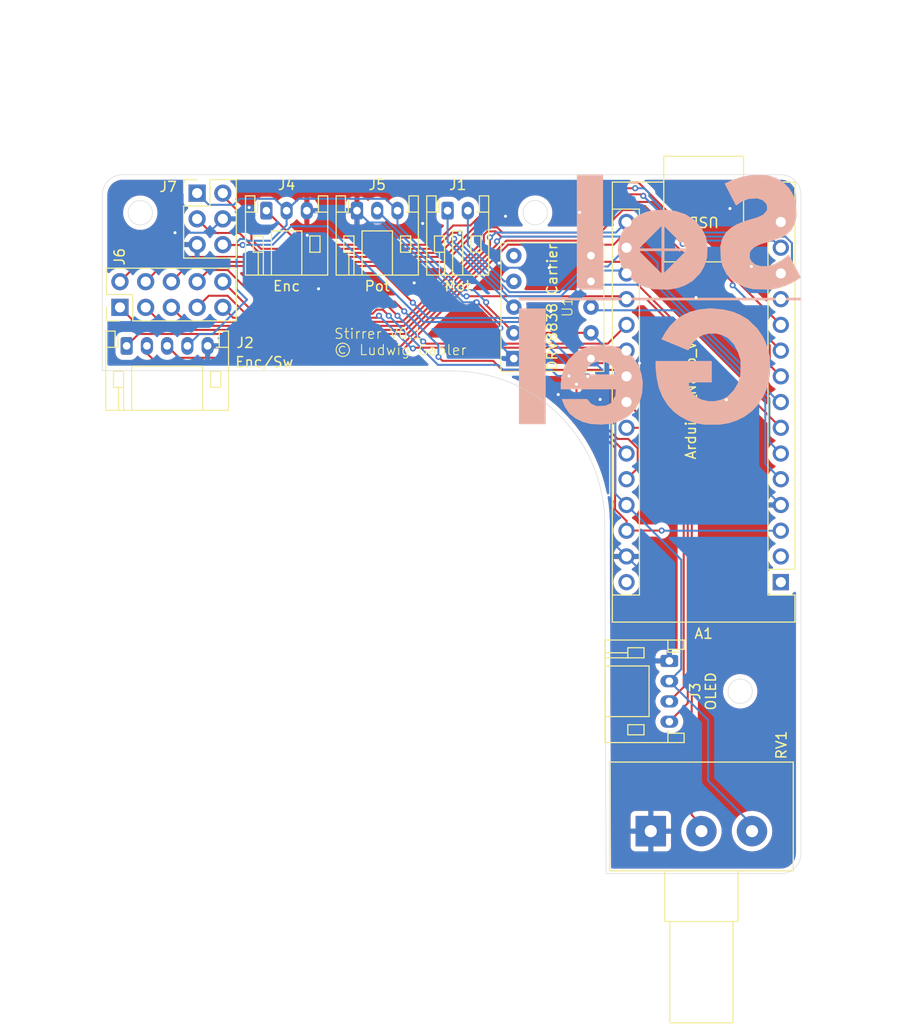
<source format=kicad_pcb>
(kicad_pcb (version 20240108) (generator "pcbnew") (generator_version "8.0")
  (layers (0 "F.Cu" signal) (31 "B.Cu" signal) (34 "B.Paste" user) (35 "F.Paste" user) (36 "B.SilkS" user "B.Silkscreen") (37 "F.SilkS" user "F.Silkscreen") (38 "B.Mask" user) (39 "F.Mask" user) (44 "Edge.Cuts" user))
  (net 0 "")
  (net 1 "Net-(A1-D3)")
  (net 2 "+5V")
  (net 4 "GND")
  (net 5 "Net-(A1-D4)")
  (net 6 "Net-(A1-A0)")
  (net 7 "Net-(J1-Pin_2)")
  (net 8 "Net-(J1-Pin_1)")
  (net 10 "Net-(A1-A5)")
  (net 11 "Net-(A1-D8)")
  (net 12 "Net-(A1-D2)")
  (net 14 "Net-(A1-A4)")
  (net 15 "Net-(A1-D6)")
  (net 16 "Net-(A1-D7)")
  (net 17 "Net-(A1-D5)")
  (net 18 "Net-(A1-A1)")
  (net 19 "Net-(A1-A7)")
  (net 20 "Net-(A1-D13)")
  (net 21 "Net-(A1-A2)")
  (net 22 "Net-(A1-D12)")
  (net 23 "Net-(A1-A3)")
  (net 24 "Net-(A1-D10)")
  (net 25 "Net-(A1-A6)")
  (net 26 "Net-(A1-D9)")
  (net 27 "Net-(A1-D11)")
  (net 28 "Net-(J7-Pin_6)")
  (net 29 "Net-(A1-3V3)")
  (net 30 "Net-(A1-AREF)")
  (footprint "Potentiometer_THT:Potentiometer_Alps_RK163_Single_Horizontal" (layer "F.Cu") (at 155.1686 114.808 90)
    (property "Reference" "RV1")
    (property "Value" "R_Potentiometer")
  )
  (footprint "Connector_JST:JST_PH_S5B-PH-K_1x05_P2.00mm_Horizontal" (layer "F.Cu") (at 103.4 66.9)
    (property "Reference" "J2")
    (property "Value" "Enc/Sw")
  )
  (footprint "Connector_JST:JST_PH_S3B-PH-K_1x03_P2.00mm_Horizontal" (layer "F.Cu") (at 117.2 53.55)
    (property "Reference" "J4")
    (property "Value" "Enc")
  )
  (footprint "Connector_PinHeader_2.54mm:PinHeader_2x03_P2.54mm_Vertical" (layer "F.Cu") (at 110.36 51.82)
    (property "Reference" "J7")
    (property "Value" "Pwr")
  )
  (footprint "Motor_drivers:DRV8838 Carrier" (layer "F.Cu") (at 150.53 56.72 180)
    (property "Reference" "U1")
    (property "Value" "DRV8838 Carrier")
  )
  (footprint "Connector_PinHeader_2.54mm:PinHeader_2x05_P2.54mm_Vertical" (layer "F.Cu") (at 102.74 63.1 90)
    (property "Reference" "J6")
    (property "Value" "GPIO")
  )
  (footprint "Connector_JST:JST_PH_S2B-PH-K_1x02_P2.00mm_Horizontal" (layer "F.Cu") (at 135.1 53.55)
    (property "Reference" "J1")
    (property "Value" "Mot")
  )
  (footprint "Connector_JST:JST_PH_S4B-PH-K_1x04_P2.00mm_Horizontal" (layer "F.Cu") (at 157 98 -90)
    (property "Reference" "J3")
    (property "Value" "OLED")
  )
  (footprint "Connector_JST:JST_PH_S3B-PH-K_1x03_P2.00mm_Horizontal" (layer "F.Cu") (at 126.15 53.55)
    (property "Reference" "J5")
    (property "Value" "Pot")
  )
  (footprint "Module:Arduino_Nano" (layer "F.Cu") (at 168.012 90.227 180)
    (property "Reference" "A1")
    (property "Value" "Arduino_Nano_v3.x")
  )
  (gr_poly (pts (xy 142.145826 74.632917) (xy 144.791657 74.632917) (xy 144.791657 63.202916) (xy 142.145826 63.202916)) (stroke (width -0.000001)) (fill solid) (layer "B.SilkS"))
  (gr_poly (pts (xy 160.458256 63.248441) (xy 159.886227 63.310483) (xy 159.476139 63.417896) (xy 159.06605 63.525308) (xy 158.732549 63.676525) (xy 158.399047 63.827741) (xy 158.037957 64.062654) (xy 157.676869 64.297566) (xy 157.36705 64.610138) (xy 157.057229 64.922708) (xy 156.828529 65.241495) (xy 156.599828 65.560283) (xy 156.409394 65.897196) (xy 156.21896 66.234107) (xy 156.236062 66.251209) (xy 156.253164 66.268311) (xy 157.542622 66.799362) (xy 158.832081 67.330416) (xy 158.863015 67.329993) (xy 158.893949 67.32957) (xy 159.078527 66.982094) (xy 159.263105 66.634619) (xy 159.557137 66.354161) (xy 159.851168 66.073703) (xy 160.086933 65.95318) (xy 160.322698 65.832656) (xy 160.587283 65.761978) (xy 160.851865 65.691303) (xy 161.645615 65.691303) (xy 161.929702 65.766915) (xy 162.213789 65.842528) (xy 162.502406 65.988553) (xy 162.791021 66.13458) (xy 163.092038 66.456368) (xy 163.393054 66.778156) (xy 163.586037 67.146913) (xy 163.779019 67.515671) (xy 163.902943 67.912546) (xy 164.026866 68.309421) (xy 164.022368 69.050255) (xy 164.01787 69.791088) (xy 163.878722 70.214421) (xy 163.739574 70.637755) (xy 163.549482 70.955254) (xy 163.35939 71.272754) (xy 163.038699 71.597931) (xy 162.718009 71.923111) (xy 162.437132 72.060643) (xy 162.156255 72.198174) (xy 161.821559 72.277079) (xy 161.486864 72.355982) (xy 161.195822 72.355823) (xy 160.90478 72.355664) (xy 160.553886 72.28129) (xy 160.202992 72.206914) (xy 159.938776 72.073027) (xy 159.674561 71.939141) (xy 159.192143 71.456722) (xy 159.077859 71.15305) (xy 158.963575 70.849381) (xy 158.906559 70.505423) (xy 161.195824 70.505423) (xy 161.195824 68.388756) (xy 155.639575 68.388756) (xy 155.639575 69.080844) (xy 155.695913 69.594695) (xy 155.752252 70.108548) (xy 155.849918 70.560582) (xy 155.947585 71.012618) (xy 156.127837 71.466619) (xy 156.30809 71.920621) (xy 156.561666 72.327466) (xy 156.815241 72.734311) (xy 157.110395 73.053113) (xy 157.405547 73.371915) (xy 157.709268 73.605622) (xy 158.012991 73.839331) (xy 158.406533 74.051605) (xy 158.800079 74.26388) (xy 159.190972 74.39719) (xy 159.581866 74.5305) (xy 160.025359 74.608167) (xy 160.468853 74.685834) (xy 161.242443 74.680448) (xy 162.016032 74.675061) (xy 162.455808 74.6013) (xy 162.895583 74.527542) (xy 163.29098 74.394812) (xy 163.686376 74.262082) (xy 164.068287 74.069907) (xy 164.450198 73.877729) (xy 164.833675 73.589307) (xy 165.217151 73.300882) (xy 165.488424 73.001169) (xy 165.759696 72.701457) (xy 166.036122 72.278124) (xy 166.312548 71.854792) (xy 166.502126 71.404999) (xy 166.691705 70.955208) (xy 166.77193 70.637708) (xy 166.852155 70.320207) (xy 166.915001 69.843958) (xy 166.977847 69.367708) (xy 166.915827 67.991875) (xy 166.833836 67.611064) (xy 166.751846 67.230254) (xy 166.613108 66.843773) (xy 166.47437 66.457291) (xy 166.341788 66.192708) (xy 166.209205 65.928125) (xy 165.947296 65.547995) (xy 165.685386 65.167864) (xy 165.22449 64.723558) (xy 164.763593 64.279253) (xy 164.383359 64.05336) (xy 164.003126 63.827468) (xy 163.618121 63.670365) (xy 163.233118 63.513263) (xy 162.809809 63.411775) (xy 162.386501 63.310286) (xy 161.708394 63.248342) (xy 161.030287 63.186399)) (stroke (width -0.000001)) (fill solid) (layer "B.SilkS"))
  (gr_poly (pts (xy 142.145826 62.409166) (xy 170.032906 62.409166) (xy 170.032906 62.144583) (xy 142.145826 62.144583)) (stroke (width -0.000001)) (fill solid) (layer "B.SilkS"))
  (gr_poly (pts (xy 149.763532 66.856671) (xy 149.200266 66.906099) (xy 148.781901 67.042623) (xy 148.363534 67.179145) (xy 148.072492 67.343933) (xy 147.781452 67.508721) (xy 147.411033 67.882588) (xy 147.040617 68.256456) (xy 146.840824 68.600415) (xy 146.641035 68.944373) (xy 146.514451 69.34343) (xy 146.387864 69.742487) (xy 146.330595 70.154238) (xy 146.273325 70.56599) (xy 146.273325 71.193332) (xy 151.738818 71.193332) (xy 151.705116 71.515761) (xy 151.671417 71.83819) (xy 151.573061 72.058158) (xy 151.474708 72.278124) (xy 151.321412 72.43142) (xy 151.168118 72.584714) (xy 150.929992 72.692108) (xy 150.691868 72.799504) (xy 150.266006 72.822702) (xy 149.840144 72.8459) (xy 149.562866 72.726618) (xy 149.285587 72.607335) (xy 149.082472 72.376584) (xy 148.879357 72.145833) (xy 146.379157 72.145833) (xy 146.379157 72.187784) (xy 146.526838 72.550455) (xy 146.674522 72.913124) (xy 146.900352 73.245511) (xy 147.126185 73.577896) (xy 147.42736 73.819385) (xy 147.728532 74.060871) (xy 148.098948 74.240219) (xy 148.469366 74.419565) (xy 148.866241 74.520124) (xy 149.263116 74.620682) (xy 149.792283 74.64841) (xy 150.321449 74.676139) (xy 150.755544 74.63176) (xy 151.189639 74.587381) (xy 151.516433 74.503662) (xy 151.843226 74.41994) (xy 152.141114 74.299619) (xy 152.439001 74.179297) (xy 152.738668 73.98039) (xy 153.038334 73.781482) (xy 153.382089 73.417084) (xy 153.725845 73.052683) (xy 153.941349 72.612487) (xy 154.156855 72.17229) (xy 154.24031 71.854792) (xy 154.323766 71.537291) (xy 154.353201 71.008124) (xy 154.382635 70.478958) (xy 154.262801 69.711666) (xy 151.67284 69.711666) (xy 148.705476 69.711666) (xy 148.74045 69.566144) (xy 148.775427 69.420623) (xy 148.871221 69.229253) (xy 148.967016 69.037882) (xy 149.101507 68.878047) (xy 149.235999 68.718215) (xy 149.468249 68.609044) (xy 149.700498 68.499875) (xy 149.962277 68.465148) (xy 150.224055 68.430422) (xy 150.52358 68.492603) (xy 150.823104 68.554784) (xy 151.074987 68.723122) (xy 151.326865 68.891458) (xy 151.465745 69.156041) (xy 151.604623 69.420624) (xy 151.638732 69.566146) (xy 151.67284 69.711666) (xy 154.262801 69.711666) (xy 154.259707 69.691852) (xy 154.125942 69.291655) (xy 153.992179 68.891458) (xy 153.755592 68.51071) (xy 153.519004 68.129964) (xy 153.166424 67.80689) (xy 152.813844 67.483815) (xy 152.387855 67.27535) (xy 151.961868 67.066886) (xy 151.644367 66.985375) (xy 151.326867 66.903862) (xy 150.826833 66.855551) (xy 150.3268 66.807242)) (stroke (width -0.000001)) (fill solid) (layer "B.SilkS"))
  (gr_poly (pts (xy 164.730767 50.105219) (xy 164.190671 50.19553) (xy 163.724805 50.347767) (xy 163.258939 50.500005) (xy 162.857268 50.685589) (xy 162.455595 50.871174) (xy 162.995424 51.917358) (xy 163.535256 52.963542) (xy 163.571011 53.002201) (xy 163.606765 53.040859) (xy 163.859705 52.861024) (xy 164.112647 52.68119) (xy 164.820613 52.396047) (xy 165.24905 52.368571) (xy 165.677486 52.341097) (xy 165.941569 52.428811) (xy 166.205653 52.516526) (xy 166.378913 52.68592) (xy 166.552174 52.855315) (xy 166.599206 52.979019) (xy 166.64624 53.102724) (xy 166.64624 53.500117) (xy 166.45963 53.718129) (xy 166.27302 53.936141) (xy 165.996609 54.066779) (xy 165.720198 54.197418) (xy 165.05874 54.395918) (xy 164.397282 54.594418) (xy 164.036667 54.740327) (xy 163.676051 54.886237) (xy 163.380447 55.062597) (xy 163.084841 55.238957) (xy 162.828823 55.477083) (xy 162.572805 55.715208) (xy 162.392455 56.020575) (xy 162.212103 56.325942) (xy 162.121103 56.697279) (xy 162.030103 57.068615) (xy 162.056452 57.741287) (xy 162.082803 58.413957) (xy 162.168938 58.731458) (xy 162.255073 59.048957) (xy 162.453053 59.444805) (xy 162.651032 59.840654) (xy 163.026449 60.216244) (xy 163.401866 60.591834) (xy 163.899575 60.836692) (xy 164.397283 61.081549) (xy 164.820617 61.195206) (xy 165.24395 61.308864) (xy 166.090617 61.327713) (xy 166.937283 61.346564) (xy 167.351213 61.273717) (xy 167.765145 61.200872) (xy 168.19788 61.057736) (xy 168.630615 60.914601) (xy 169.371448 60.54673) (xy 169.675642 60.353469) (xy 169.979836 60.160208) (xy 169.951152 60.080832) (xy 169.922467 60.001457) (xy 169.389121 58.996041) (xy 168.855776 57.990624) (xy 168.774867 57.902041) (xy 168.442186 58.170118) (xy 168.109505 58.438195) (xy 167.708602 58.646402) (xy 167.307699 58.854609) (xy 166.982562 58.938554) (xy 166.657423 59.022499) (xy 166.03045 59.022499) (xy 165.755517 58.940852) (xy 165.480583 58.859206) (xy 165.293417 58.694873) (xy 165.106252 58.530539) (xy 165.02958 58.382272) (xy 164.952908 58.234005) (xy 164.952908 57.759389) (xy 165.001215 57.632333) (xy 165.049522 57.505278) (xy 165.225758 57.329042) (xy 165.401994 57.152806) (xy 165.721244 57.003411) (xy 166.040494 56.854016) (xy 166.912222 56.587354) (xy 167.783951 56.320693) (xy 168.163353 56.136219) (xy 168.542756 55.951745) (xy 168.784543 55.727643) (xy 169.02633 55.503541) (xy 169.209964 55.192733) (xy 169.393599 54.881925) (xy 169.482003 54.484568) (xy 169.570406 54.087209) (xy 169.544341 53.446001) (xy 169.518275 52.804792) (xy 169.382491 52.404815) (xy 169.246707 52.004838) (xy 169.053963 51.681277) (xy 168.861219 51.357716) (xy 168.544833 51.038372) (xy 168.228447 50.719029) (xy 167.926317 50.535494) (xy 167.624185 50.351959) (xy 167.20136 50.206286) (xy 166.778535 50.060613) (xy 166.024699 50.037761) (xy 165.270862 50.014909)) (stroke (width -0.000001)) (fill solid) (layer "B.SilkS"))
  (gr_poly (pts (xy 147.860825 61.350833) (xy 150.453741 61.350833) (xy 150.453741 49.973751) (xy 147.860825 49.973751)) (stroke (width -0.000001)) (fill solid) (layer "B.SilkS"))
  (gr_poly (pts (xy 156.009991 53.483158) (xy 155.348533 53.513864) (xy 155.006883 53.597824) (xy 154.665234 53.681785) (xy 154.345425 53.823446) (xy 154.025616 53.965107) (xy 153.734574 54.147192) (xy 153.443533 54.329277) (xy 153.046658 54.733454) (xy 152.649783 55.13763) (xy 152.471075 55.440097) (xy 152.292365 55.742563) (xy 152.166139 56.090315) (xy 152.039912 56.438066) (xy 151.977476 56.932404) (xy 151.915038 57.426741) (xy 151.974857 57.867435) (xy 152.034676 58.308129) (xy 152.142393 58.652087) (xy 152.250109 58.996045) (xy 152.449122 59.340003) (xy 152.648133 59.683962) (xy 153.101681 60.139567) (xy 153.55523 60.595172) (xy 154.055009 60.841237) (xy 154.554788 61.087302) (xy 154.97812 61.196776) (xy 155.401453 61.306252) (xy 156.988953 61.343627) (xy 157.121241 61.320209) (xy 157.253532 61.296794) (xy 157.571032 61.234653) (xy 157.888532 61.172512) (xy 158.23249 61.048094) (xy 158.576449 60.923679) (xy 158.946865 60.705429) (xy 159.317281 60.487179) (xy 159.687699 60.110337) (xy 160.058115 59.733496) (xy 160.071587 59.710417) (xy 156.221658 59.710417) (xy 156.19423 59.710417) (xy 154.026585 57.540834) (xy 156.221658 57.540834) (xy 156.221658 59.710417) (xy 160.071587 59.710417) (xy 160.257908 59.391227) (xy 160.457699 59.04896) (xy 160.594735 58.625627) (xy 160.73177 58.202294) (xy 160.759005 57.561085) (xy 160.759865 57.540834) (xy 158.628375 57.540834) (xy 157.571032 58.599167) (xy 156.513691 59.6575) (xy 156.48624 59.6575) (xy 156.48624 57.540834) (xy 158.628375 57.540834) (xy 160.759865 57.540834) (xy 160.771103 57.27625) (xy 158.681313 57.27625) (xy 156.48624 57.27625) (xy 156.221658 57.27625) (xy 154.052075 57.27625) (xy 154.052075 57.248824) (xy 155.136866 56.165) (xy 156.221658 55.081177) (xy 156.221658 57.27625) (xy 156.48624 57.27625) (xy 156.48624 55.106667) (xy 156.513668 55.106667) (xy 157.597491 56.191458) (xy 158.681313 57.27625) (xy 160.771103 57.27625) (xy 160.786239 56.919876) (xy 160.695947 56.514029) (xy 160.605654 56.108183) (xy 160.40117 55.700029) (xy 160.196685 55.291877) (xy 159.874774 54.909764) (xy 159.552862 54.527653) (xy 159.079597 54.215869) (xy 158.60633 53.904086) (xy 158.115139 53.741527) (xy 157.62395 53.578967) (xy 157.147698 53.51571) (xy 156.671449 53.452453)) (stroke (width -0.000001)) (fill solid) (layer "B.SilkS"))
  (gr_circle (center 143.75 53.75) (end 144.95 53.75) (stroke (width 0.05)) (fill none) (layer "Edge.Cuts"))
  (gr_arc (start 101 51.999999) (mid 101.585786 50.585787) (end 102.999998 50) (stroke (width 0.05)) (layer "Edge.Cuts"))
  (gr_circle (center 104.75 53.75) (end 105.95 53.75) (stroke (width 0.05)) (fill none) (layer "Edge.Cuts"))
  (gr_circle (center 164 101) (end 165.2 101) (stroke (width 0.05)) (fill none) (layer "Edge.Cuts"))
  (gr_line (start 150.75 119) (end 168 119) (stroke (width 0.05)) (layer "Edge.Cuts"))
  (gr_line (start 168 50) (end 102.999998 50) (stroke (width 0.05)) (layer "Edge.Cuts"))
  (gr_line (start 135.5 69.375) (end 101 69.35) (stroke (width 0.05)) (layer "Edge.Cuts"))
  (gr_line (start 150.625 84.5) (end 150.75 119) (stroke (width 0.05)) (layer "Edge.Cuts"))
  (gr_line (start 170 117) (end 170 52) (stroke (width 0.05)) (layer "Edge.Cuts"))
  (gr_arc (start 170 117) (mid 169.414214 118.414214) (end 168 119) (stroke (width 0.05)) (layer "Edge.Cuts"))
  (gr_line (start 101 69.35) (end 101 51.999999) (stroke (width 0.05)) (layer "Edge.Cuts"))
  (gr_arc (start 135.5 69.375) (mid 146.19499 73.80501) (end 150.625 84.5) (stroke (width 0.05)) (layer "Edge.Cuts"))
  (gr_arc (start 168 50) (mid 169.414214 50.585786) (end 170 52) (stroke (width 0.05)) (layer "Edge.Cuts"))
  (gr_text "Stirrer V0.1\n© Ludwig Gabler" (at 123.825 67.8942 0) (layer "F.SilkS") (effects (font (size 1 1) (thickness 0.1)) (justify left bottom)))
  (segment (start 149.5884 60.8584) (end 155.6766 60.8584) (width 0.2) (layer "B.Cu") (net 1))
  (segment (start 155.6766 60.8584) (end 166.88 72.0618) (width 0.2) (layer "B.Cu") (net 1))
  (segment (start 149.26 60.53) (end 149.5884 60.8584) (width 0.2) (layer "B.Cu") (net 1))
  (segment (start 166.88 72.0618) (end 166.88 76.395) (width 0.2) (layer "B.Cu") (net 1))
  (segment (start 166.88 76.395) (end 168.012 77.527) (width 0.2) (layer "B.Cu") (net 1))
  (segment (start 149.26 65.61) (end 141.64 65.61) (width 0.2) (layer "F.Cu") (net 2))
  (segment (start 138.912842 62.6) (end 138.912842 62.882842) (width 0.2) (layer "F.Cu") (net 2))
  (segment (start 138.912842 62.882842) (end 141.64 65.61) (width 0.2) (layer "F.Cu") (net 2))
  (via (at 138.912842 62.6) (size 0.6) (drill 0.3) (layers "F.Cu" "B.Cu") (net 2))
  (segment (start 152.772 82.607) (end 158.175 88.01) (width 0.2) (layer "B.Cu") (net 2))
  (segment (start 158.175 88.01) (end 158.175 98.825) (width 0.2) (layer "B.Cu") (net 2))
  (segment (start 130.15 54.944314) (end 130.15 53.55) (width 0.2) (layer "B.Cu") (net 2))
  (segment (start 160.83 103.83) (end 157 100) (width 0.2) (layer "B.Cu") (net 2))
  (segment (start 119.2 53.55) (end 120.375 52.375) (width 0.2) (layer "B.Cu") (net 2))
  (segment (start 110.36 51.82) (end 111.51 52.97) (width 0.2) (layer "B.Cu") (net 2))
  (segment (start 138.912842 62.6) (end 137.712842 61.4) (width 0.2) (layer "B.Cu") (net 2))
  (segment (start 137.712842 61.4) (end 136.605686 61.4) (width 0.2) (layer "B.Cu") (net 2))
  (segment (start 151.672 68.022) (end 151.672 81.507) (width 0.2) (layer "B.Cu") (net 2))
  (segment (start 110.575 65.725) (end 111.901346 65.725) (width 0.2) (layer "B.Cu") (net 2))
  (segment (start 109.4 66.9) (end 110.575 65.725) (width 0.2) (layer "B.Cu") (net 2))
  (segment (start 114.26 56.691471) (end 114.611471 56.34) (width 0.2) (layer "B.Cu") (net 2))
  (segment (start 111.51 52.97) (end 113.9808 52.97) (width 0.2) (layer "B.Cu") (net 2))
  (segment (start 115.2906 62.335746) (end 114.26 61.305146) (width 0.2) (layer "B.Cu") (net 2))
  (segment (start 115.288529 56.52) (end 117.6478 56.52) (width 0.2) (layer "B.Cu") (net 2))
  (segment (start 117.6478 56.52) (end 119.2 54.9678) (width 0.2) (layer "B.Cu") (net 2))
  (segment (start 149.26 65.61) (end 151.672 68.022) (width 0.2) (layer "B.Cu") (net 2))
  (segment (start 118.025 52.375) (end 119.2 53.55) (width 0.2) (layer "B.Cu") (net 2))
  (segment (start 120.375 52.375) (end 128.975 52.375) (width 0.2) (layer "B.Cu") (net 2))
  (segment (start 151.672 81.507) (end 152.772 82.607) (width 0.2) (layer "B.Cu") (net 2))
  (segment (start 111.901346 65.725) (end 115.2906 62.335746) (width 0.2) (layer "B.Cu") (net 2))
  (segment (start 114.5758 52.375) (end 118.025 52.375) (width 0.2) (layer "B.Cu") (net 2))
  (segment (start 166 115) (end 160.83 109.83) (width 0.2) (layer "B.Cu") (net 2))
  (segment (start 160.83 109.83) (end 160.83 103.83) (width 0.2) (layer "B.Cu") (net 2))
  (segment (start 114.611471 56.34) (end 115.108529 56.34) (width 0.2) (layer "B.Cu") (net 2))
  (segment (start 136.605686 61.4) (end 130.15 54.944314) (width 0.2) (layer "B.Cu") (net 2))
  (segment (start 114.26 61.305146) (end 114.26 56.691471) (width 0.2) (layer "B.Cu") (net 2))
  (segment (start 158.175 98.825) (end 157 100) (width 0.2) (layer "B.Cu") (net 2))
  (segment (start 119.2 54.9678) (end 119.2 53.55) (width 0.2) (layer "B.Cu") (net 2))
  (segment (start 115.108529 56.34) (end 115.288529 56.52) (width 0.2) (layer "B.Cu") (net 2))
  (segment (start 113.9808 52.97) (end 114.5758 52.375) (width 0.2) (layer "B.Cu") (net 2))
  (segment (start 130.15 53.55) (end 130.15 54.27) (width 0.2) (layer "B.Cu") (net 2))
  (segment (start 128.975 52.375) (end 130.15 53.55) (width 0.2) (layer "B.Cu") (net 2))
  (segment (start 154.051 68.6054) (end 149.7154 68.6054) (width 0.2) (layer "F.Cu") (net 4))
  (segment (start 149.26 68.15) (end 141.64 68.15) (width 0.2) (layer "F.Cu") (net 4))
  (segment (start 149.7154 68.6054) (end 149.26 68.15) (width 0.2) (layer "F.Cu") (net 4))
  (segment (start 137.9728 62.6) (end 138.064314 62.6) (width 0.2) (layer "F.Cu") (net 4))
  (segment (start 138.064314 62.6) (end 140.308335 64.844021) (width 0.2) (layer "F.Cu") (net 4))
  (segment (start 140.308335 64.844021) (end 140.308335 65.1414) (width 0.2) (layer "F.Cu") (net 4))
  (via (at 148.1328 53.721) (size 0.6) (drill 0.3) (layers "F.Cu" "B.Cu") (net 4))
  (via (at 147.9804 61.3156) (size 0.6) (drill 0.3) (layers "F.Cu" "B.Cu") (net 4))
  (via (at 121.2342 55.9816) (size 0.6) (drill 0.3) (layers "F.Cu" "B.Cu") (net 4))
  (via (at 145.288 63.5) (size 0.6) (drill 0.3) (layers "F.Cu" "B.Cu") (net 4))
  (via (at 162.9918 53.34) (size 0.6) (drill 0.3) (layers "F.Cu" "B.Cu") (net 4))
  (via (at 108.1786 55.7276) (size 0.6) (drill 0.3) (layers "F.Cu" "B.Cu") (net 4))
  (via (at 159.639 62.1284) (size 0.6) (drill 0.3) (layers "F.Cu" "B.Cu") (net 4))
  (via (at 146.0246 71.7042) (size 0.6) (drill 0.3) (layers "F.Cu" "B.Cu") (net 4))
  (via (at 131.8006 60.6806) (size 0.6) (drill 0.3) (layers "F.Cu" "B.Cu") (net 4))
  (via (at 165.1 59.055) (size 0.6) (drill 0.3) (layers "F.Cu" "B.Cu") (net 4))
  (via (at 145.1356 59.182) (size 0.6) (drill 0.3) (layers "F.Cu" "B.Cu") (net 4))
  (via (at 122.3518 61.2648) (size 0.6) (drill 0.3) (layers "F.Cu" "B.Cu") (net 4))
  (via (at 140.8176 54.102) (size 0.6) (drill 0.3) (layers "F.Cu" "B.Cu") (net 4))
  (via (at 115.4938 53.2384) (size 0.6) (drill 0.3) (layers "F.Cu" "B.Cu") (net 4))
  (via (at 150.1648 72.1868) (size 0.6) (drill 0.3) (layers "F.Cu" "B.Cu") (net 4))
  (via (at 162.6362 72.2122) (size 0.6) (drill 0.3) (layers "F.Cu" "B.Cu") (net 4))
  (via (at 140.1826 58.7248) (size 0.6) (drill 0.3) (layers "F.Cu" "B.Cu") (net 4))
  (via (at 137.9728 62.6) (size 0.6) (drill 0.3) (layers "F.Cu" "B.Cu") (net 4))
  (via (at 140.308335 65.1414) (size 0.6) (drill 0.3) (layers "F.Cu" "B.Cu") (net 4))
  (via (at 154.051 68.6054) (size 0.6) (drill 0.3) (layers "F.Cu" "B.Cu") (net 4))
  (via (at 132.6388 54.8132) (size 0.6) (drill 0.3) (layers "F.Cu" "B.Cu") (net 4))
  (segment (start 151.272 70.162) (end 151.272 86.187) (width 0.2) (layer "B.Cu") (net 4))
  (segment (start 154.051 68.6308) (end 154.051 68.6054) (width 0.2) (layer "B.Cu") (net 4))
  (segment (start 128.759314 54.725) (end 127.325 54.725) (width 0.2) (layer "B.Cu") (net 4))
  (segment (start 157 98) (end 157 91.915) (width 0.2) (layer "B.Cu") (net 4))
  (segment (start 157 91.915) (end 152.772 87.687) (width 0.2) (layer "B.Cu") (net 4))
  (segment (start 145.796 63.5) (end 145.288 63.5) (width 0.2) (layer "B.Cu") (net 4))
  (segment (start 127.325 54.725) (end 126.15 53.55) (width 0.2) (layer "B.Cu") (net 4))
  (segment (start 137.9728 62.6) (end 136.634314 62.6) (width 0.2) (layer "B.Cu") (net 4))
  (segment (start 111.5324 55.7276) (end 108.1786 55.7276) (width 0.2) (layer "B.Cu") (net 4))
  (segment (start 140.1826 58.7248) (end 140.6398 59.182) (width 0.2) (layer "B.Cu") (net 4))
  (segment (start 155.2956 69.8754) (end 154.051 68.6308) (width 0.2) (layer "B.Cu") (net 4))
  (segment (start 112.9 54.36) (end 111.5324 55.7276) (width 0.2) (layer "B.Cu") (net 4))
  (segment (start 140.308335 66.818335) (end 141.64 68.15) (width 0.2) (layer "B.Cu") (net 4))
  (segment (start 149.26 68.15) (end 151.272 70.162) (width 0.2) (layer "B.Cu") (net 4))
  (segment (start 155.2956 69.8906) (end 155.2956 69.8754) (width 0.2) (layer "B.Cu") (net 4))
  (segment (start 151.272 86.187) (end 152.772 87.687) (width 0.2) (layer "B.Cu") (net 4))
  (segment (start 168.012 82.607) (end 155.2956 69.8906) (width 0.2) (layer "B.Cu") (net 4))
  (segment (start 136.634314 62.6) (end 128.759314 54.725) (width 0.2) (layer "B.Cu") (net 4))
  (segment (start 147.9804 61.3156) (end 145.796 63.5) (width 0.2) (layer "B.Cu") (net 4))
  (segment (start 140.6398 59.182) (end 145.1356 59.182) (width 0.2) (layer "B.Cu") (net 4))
  (segment (start 140.308335 65.1414) (end 140.308335 66.818335) (width 0.2) (layer "B.Cu") (net 4))
  (segment (start 153.872 60.847) (end 168.012 74.987) (width 0.2) (layer "F.Cu") (net 5))
  (segment (start 153.872 59.1554) (end 153.872 60.847) (width 0.2) (layer "F.Cu") (net 5))
  (segment (start 153.3144 58.5978) (end 153.872 59.1554) (width 0.2) (layer "F.Cu") (net 5))
  (segment (start 149.8678 58.5978) (end 153.3144 58.5978) (width 0.2) (layer "F.Cu") (net 5))
  (segment (start 149.26 57.99) (end 149.8678 58.5978) (width 0.2) (layer "F.Cu") (net 5))
  (segment (start 159.22 66.760686) (end 154.746314 62.287) (width 0.2) (layer "F.Cu") (net 6))
  (segment (start 152.485 62) (end 152.772 62.287) (width 0.2) (layer "F.Cu") (net 6))
  (segment (start 159.2072 102.358486) (end 159.22 102.345686) (width 0.2) (layer "F.Cu") (net 6))
  (segment (start 159.2072 113.2072) (end 159.2072 102.358486) (width 0.2) (layer "F.Cu") (net 6))
  (segment (start 136.97 62) (end 152.485 62) (width 0.2) (layer "F.Cu") (net 6))
  (segment (start 161 115) (end 159.2072 113.2072) (width 0.2) (layer "F.Cu") (net 6))
  (segment (start 159.22 102.345686) (end 159.22 66.760686) (width 0.2) (layer "F.Cu") (net 6))
  (segment (start 154.746314 62.287) (end 152.772 62.287) (width 0.2) (layer "F.Cu") (net 6))
  (via (at 136.97 62) (size 0.6) (drill 0.3) (layers "F.Cu" "B.Cu") (net 6))
  (segment (start 136.97 62) (end 136.64 62) (width 0.2) (layer "B.Cu") (net 6))
  (segment (start 136.64 62) (end 134.54 59.9) (width 0.2) (layer "B.Cu") (net 6))
  (segment (start 134.5 59.9) (end 128.15 53.55) (width 0.2) (layer "B.Cu") (net 6))
  (segment (start 134.54 59.9) (end 134.5 59.9) (width 0.2) (layer "B.Cu") (net 6))
  (segment (start 137.1 56.926209) (end 137.1 53.55) (width 0.2) (layer "B.Cu") (net 7))
  (segment (start 141.64 60.53) (end 140.703791 60.53) (width 0.2) (layer "B.Cu") (net 7))
  (segment (start 140.703791 60.53) (end 137.1 56.926209) (width 0.2) (layer "B.Cu") (net 7))
  (segment (start 135.1 56.623267) (end 135.1 53.55) (width 0.2) (layer "B.Cu") (net 8))
  (segment (start 141.64 63.07) (end 141.546733 63.07) (width 0.2) (layer "B.Cu") (net 8))
  (segment (start 141.546733 63.07) (end 135.1 56.623267) (width 0.2) (layer "B.Cu") (net 8))
  (segment (start 154.746314 74.987) (end 152.772 74.987) (width 0.2) (layer "F.Cu") (net 10))
  (segment (start 158.42 100.58) (end 158.42 78.660686) (width 0.2) (layer "F.Cu") (net 10))
  (segment (start 158.42 78.660686) (end 154.746314 74.987) (width 0.2) (layer "F.Cu") (net 10))
  (segment (start 157 102) (end 158.42 100.58) (width 0.2) (layer "F.Cu") (net 10))
  (segment (start 153.924838 50.739838) (end 168.012 64.827) (width 0.2) (layer "F.Cu") (net 11))
  (segment (start 135.656909 55.012881) (end 137.353968 55.012881) (width 0.2) (layer "F.Cu") (net 11))
  (segment (start 137.353968 55.012881) (end 141.627011 50.739838) (width 0.2) (layer "F.Cu") (net 11))
  (segment (start 141.627011 50.739838) (end 153.924838 50.739838) (width 0.2) (layer "F.Cu") (net 11))
  (segment (start 117.2 53.55) (end 120.5652 56.9152) (width 0.2) (layer "F.Cu") (net 11))
  (segment (start 133.75459 56.9152) (end 135.656909 55.012881) (width 0.2) (layer "F.Cu") (net 11))
  (segment (start 120.5652 56.9152) (end 133.75459 56.9152) (width 0.2) (layer "F.Cu") (net 11))
  (segment (start 149.26 63.07) (end 149.577 63.387) (width 0.2) (layer "B.Cu") (net 12))
  (segment (start 166.48 78.535) (end 168.012 80.067) (width 0.2) (layer "B.Cu") (net 12))
  (segment (start 157.639514 63.387) (end 166.48 72.227486) (width 0.2) (layer "B.Cu") (net 12))
  (segment (start 149.577 63.387) (end 157.639514 63.387) (width 0.2) (layer "B.Cu") (net 12))
  (segment (start 166.48 72.227486) (end 166.48 78.535) (width 0.2) (layer "B.Cu") (net 12))
  (segment (start 157 104) (end 158.82 102.18) (width 0.2) (layer "F.Cu") (net 14))
  (segment (start 158.82 78.495) (end 152.772 72.447) (width 0.2) (layer "F.Cu") (net 14))
  (segment (start 158.82 102.18) (end 158.82 78.495) (width 0.2) (layer "F.Cu") (net 14))
  (segment (start 166.912 66.832686) (end 166.912 68.807) (width 0.2) (layer "F.Cu") (net 15))
  (segment (start 156.159314 56.08) (end 166.912 66.832686) (width 0.2) (layer "F.Cu") (net 15))
  (segment (start 151.49 56.91) (end 152.32 56.08) (width 0.2) (layer "F.Cu") (net 15))
  (segment (start 129.49 68.49) (end 141.07 56.91) (width 0.2) (layer "F.Cu") (net 15))
  (segment (start 105.4 66.9) (end 105.4 67.623974) (width 0.2) (layer "F.Cu") (net 15))
  (segment (start 106.266026 68.49) (end 129.49 68.49) (width 0.2) (layer "F.Cu") (net 15))
  (segment (start 166.912 68.807) (end 168.012 69.907) (width 0.2) (layer "F.Cu") (net 15))
  (segment (start 105.4 67.623974) (end 106.266026 68.49) (width 0.2) (layer "F.Cu") (net 15))
  (segment (start 141.07 56.91) (end 151.49 56.91) (width 0.2) (layer "F.Cu") (net 15))
  (segment (start 152.32 56.08) (end 156.159314 56.08) (width 0.2) (layer "F.Cu") (net 15))
  (segment (start 152.393365 53.49) (end 154.135 53.49) (width 0.2) (layer "F.Cu") (net 16))
  (segment (start 129.324314 68.09) (end 140.904314 56.51) (width 0.2) (layer "F.Cu") (net 16))
  (segment (start 149.373365 56.51) (end 152.393365 53.49) (width 0.2) (layer "F.Cu") (net 16))
  (segment (start 140.904314 56.51) (end 149.373365 56.51) (width 0.2) (layer "F.Cu") (net 16))
  (segment (start 154.135 53.49) (end 168.012 67.367) (width 0.2) (layer "F.Cu") (net 16))
  (segment (start 113.35 68.09) (end 129.324314 68.09) (width 0.2) (layer "F.Cu") (net 16))
  (segment (start 113.335 68.075) (end 113.35 68.09) (width 0.2) (layer "F.Cu") (net 16))
  (segment (start 107.4 66.9) (end 108.575 68.075) (width 0.2) (layer "F.Cu") (net 16))
  (segment (start 108.575 68.075) (end 113.335 68.075) (width 0.2) (layer "F.Cu") (net 16))
  (segment (start 131.123628 65.725) (end 104.575 65.725) (width 0.2) (layer "F.Cu") (net 17))
  (segment (start 104.575 65.725) (end 103.4 66.9) (width 0.2) (layer "F.Cu") (net 17))
  (segment (start 139.981938 56.86669) (end 131.123628 65.725) (width 0.2) (layer "F.Cu") (net 17))
  (segment (start 139.981938 56.583846) (end 139.981938 56.86669) (width 0.2) (layer "F.Cu") (net 17))
  (via (at 139.981938 56.583846) (size 0.6) (drill 0.3) (layers "F.Cu" "B.Cu") (net 17))
  (segment (start 155.842286 58.721651) (end 155.842286 60.4584) (width 0.2) (layer "B.Cu") (net 17))
  (segment (start 139.981938 56.583846) (end 140.458784 56.107) (width 0.2) (layer "B.Cu") (net 17))
  (segment (start 140.458784 56.107) (end 153.227635 56.107) (width 0.2) (layer "B.Cu") (net 17))
  (segment (start 167.830886 72.447) (end 168.012 72.447) (width 0.2) (layer "B.Cu") (net 17))
  (segment (start 155.842286 60.4584) (end 167.830886 72.447) (width 0.2) (layer "B.Cu") (net 17))
  (segment (start 153.227635 56.107) (end 155.842286 58.721651) (width 0.2) (layer "B.Cu") (net 17))
  (segment (start 132.90053 66.68) (end 150.919 66.68) (width 0.2) (layer "F.Cu") (net 18))
  (segment (start 127.19 63.325) (end 127.590736 62.924264) (width 0.2) (layer "F.Cu") (net 18))
  (segment (start 129.150049 62.924264) (end 130.150785 63.925) (width 0.2) (layer "F.Cu") (net 18))
  (segment (start 132.695265 66.474735) (end 132.90053 66.68) (width 0.2) (layer "F.Cu") (net 18))
  (segment (start 115.665 63.325) (end 127.19 63.325) (width 0.2) (layer "F.Cu") (net 18))
  (segment (start 127.590736 62.924264) (end 129.150049 62.924264) (width 0.2) (layer "F.Cu") (net 18))
  (segment (start 112.9 60.56) (end 115.665 63.325) (width 0.2) (layer "F.Cu") (net 18))
  (segment (start 150.919 66.68) (end 152.772 64.827) (width 0.2) (layer "F.Cu") (net 18))
  (via (at 130.150785 63.925) (size 0.6) (drill 0.3) (layers "F.Cu" "B.Cu") (net 18))
  (via (at 132.695265 66.474735) (size 0.6) (drill 0.3) (layers "F.Cu" "B.Cu") (net 18))
  (segment (start 132.395785 66.17) (end 132.4 66.17) (width 0.2) (layer "B.Cu") (net 18))
  (segment (start 132.4 66.17) (end 132.4 66.17947) (width 0.2) (layer "B.Cu") (net 18))
  (segment (start 132.4 66.17947) (end 132.695265 66.474735) (width 0.2) (layer "B.Cu") (net 18))
  (segment (start 130.150785 63.925) (end 132.395785 66.17) (width 0.2) (layer "B.Cu") (net 18))
  (segment (start 149.965343 74.154657) (end 148.94 73.129314) (width 0.2) (layer "F.Cu") (net 19))
  (segment (start 152.772 80.067) (end 153.872 78.967) (width 0.2) (layer "F.Cu") (net 19))
  (segment (start 128.041158 59.01) (end 109.37 59.01) (width 0.2) (layer "F.Cu") (net 19))
  (segment (start 148.94 73.129314) (end 148.94 69.92) (width 0.2) (layer "F.Cu") (net 19))
  (segment (start 109.37 59.01) (end 107.82 60.56) (width 0.2) (layer "F.Cu") (net 19))
  (segment (start 153.872 77.019) (end 152.94 76.087) (width 0.2) (layer "F.Cu") (net 19))
  (segment (start 153.872 78.967) (end 153.872 77.019) (width 0.2) (layer "F.Cu") (net 19))
  (segment (start 152.94 76.087) (end 151.897686 76.087) (width 0.2) (layer "F.Cu") (net 19))
  (segment (start 151.897686 76.087) (end 149.965343 74.154657) (width 0.2) (layer "F.Cu") (net 19))
  (segment (start 131.667099 62.635941) (end 128.041158 59.01) (width 0.2) (layer "F.Cu") (net 19))
  (via (at 148.94 69.92) (size 0.6) (drill 0.3) (layers "F.Cu" "B.Cu") (net 19))
  (via (at 131.667099 62.635941) (size 0.6) (drill 0.3) (layers "F.Cu" "B.Cu") (net 19))
  (segment (start 143.1614 64.1414) (end 134.6962 64.1414) (width 0.2) (layer "B.Cu") (net 19))
  (segment (start 148.94 69.92) (end 143.1614 64.1414) (width 0.2) (layer "B.Cu") (net 19))
  (segment (start 133.172558 64.1414) (end 131.667099 62.635941) (width 0.2) (layer "B.Cu") (net 19))
  (segment (start 134.6962 64.1414) (end 133.172558 64.1414) (width 0.2) (layer "B.Cu") (net 19))
  (segment (start 130.957942 65.325) (end 104.965 65.325) (width 0.2) (layer "F.Cu") (net 20))
  (segment (start 104.965 65.325) (end 102.74 63.1) (width 0.2) (layer "F.Cu") (net 20))
  (segment (start 139.282387 56.195735) (end 139.282387 57.000555) (width 0.2) (layer "F.Cu") (net 20))
  (segment (start 139.282387 57.000555) (end 130.957942 65.325) (width 0.2) (layer "F.Cu") (net 20))
  (via (at 139.282387 56.195735) (size 0.6) (drill 0.3) (layers "F.Cu" "B.Cu") (net 20))
  (segment (start 151.732 55.707) (end 152.772 54.667) (width 0.2) (layer "B.Cu") (net 20))
  (segment (start 139.366794 56.195735) (end 139.855529 55.707) (width 0.2) (layer "B.Cu") (net 20))
  (segment (start 139.855529 55.707) (end 151.732 55.707) (width 0.2) (layer "B.Cu") (net 20))
  (segment (start 139.282387 56.195735) (end 139.366794 56.195735) (width 0.2) (layer "B.Cu") (net 20))
  (segment (start 128.125 64.125) (end 113.925 64.125) (width 0.2) (layer "F.Cu") (net 21))
  (segment (start 113.925 64.125) (end 112.9 63.1) (width 0.2) (layer "F.Cu") (net 21))
  (segment (start 131.676 67.152529) (end 131.748529 67.08) (width 0.2) (layer "F.Cu") (net 21))
  (segment (start 128.325736 63.924264) (end 128.125 64.125) (width 0.2) (layer "F.Cu") (net 21))
  (segment (start 152.485 67.08) (end 152.772 67.367) (width 0.2) (layer "F.Cu") (net 21))
  (segment (start 131.748529 67.08) (end 152.485 67.08) (width 0.2) (layer "F.Cu") (net 21))
  (via (at 131.676 67.152529) (size 0.6) (drill 0.3) (layers "F.Cu" "B.Cu") (net 21))
  (via (at 128.325736 63.924264) (size 0.6) (drill 0.3) (layers "F.Cu" "B.Cu") (net 21))
  (segment (start 131.676 67.152529) (end 131.554001 67.152529) (width 0.2) (layer "B.Cu") (net 21))
  (segment (start 131.554001 67.152529) (end 128.325736 63.924264) (width 0.2) (layer "B.Cu") (net 21))
  (segment (start 141.592697 51.339838) (end 153.62647 51.339838) (width 0.2) (layer "F.Cu") (net 22))
  (segment (start 134.817335 58.1152) (end 137.753968 55.178567) (width 0.2) (layer "F.Cu") (net 22))
  (segment (start 105.1848 58.1152) (end 134.817335 58.1152) (width 0.2) (layer "F.Cu") (net 22))
  (segment (start 102.74 60.56) (end 105.1848 58.1152) (width 0.2) (layer "F.Cu") (net 22))
  (segment (start 137.753968 55.178567) (end 141.592697 51.339838) (width 0.2) (layer "F.Cu") (net 22))
  (via (at 153.62647 51.339838) (size 0.6) (drill 0.3) (layers "F.Cu" "B.Cu") (net 22))
  (segment (start 155.026473 51.841471) (end 155.026473 52.124314) (width 0.2) (layer "B.Cu") (net 22))
  (segment (start 153.62647 51.339838) (end 154.52484 51.339838) (width 0.2) (layer "B.Cu") (net 22))
  (segment (start 158.609159 55.707) (end 166.972 55.707) (width 0.2) (layer "B.Cu") (net 22))
  (segment (start 154.52484 51.339838) (end 155.026473 51.841471) (width 0.2) (layer "B.Cu") (net 22))
  (segment (start 166.972 55.707) (end 168.012 54.667) (width 0.2) (layer "B.Cu") (net 22))
  (segment (start 155.026473 52.124314) (end 158.609159 55.707) (width 0.2) (layer "B.Cu") (net 22))
  (segment (start 152.135 69.27) (end 152.772 69.907) (width 0.2) (layer "F.Cu") (net 23))
  (segment (start 110.36 60.56) (end 111.51 59.41) (width 0.2) (layer "F.Cu") (net 23))
  (segment (start 139.590018 68.374018) (end 140.486 69.27) (width 0.2) (layer "F.Cu") (net 23))
  (segment (start 134.594548 68.374018) (end 139.590018 68.374018) (width 0.2) (layer "F.Cu") (net 23))
  (segment (start 140.486 69.27) (end 152.135 69.27) (width 0.2) (layer "F.Cu") (net 23))
  (segment (start 126.47 62.925) (end 126.870736 62.524264) (width 0.2) (layer "F.Cu") (net 23))
  (segment (start 113.376346 59.41) (end 116.891346 62.925) (width 0.2) (layer "F.Cu") (net 23))
  (segment (start 116.96 62.925) (end 126.47 62.925) (width 0.2) (layer "F.Cu") (net 23))
  (segment (start 129.858363 62.524264) (end 130.818571 63.484472) (width 0.2) (layer "F.Cu") (net 23))
  (segment (start 134.200265 67.979735) (end 134.594548 68.374018) (width 0.2) (layer "F.Cu") (net 23))
  (segment (start 111.51 59.41) (end 113.376346 59.41) (width 0.2) (layer "F.Cu") (net 23))
  (segment (start 126.870736 62.524264) (end 129.858363 62.524264) (width 0.2) (layer "F.Cu") (net 23))
  (segment (start 116.891346 62.925) (end 116.96 62.925) (width 0.2) (layer "F.Cu") (net 23))
  (via (at 134.200265 67.979735) (size 0.6) (drill 0.3) (layers "F.Cu" "B.Cu") (net 23))
  (via (at 130.818571 63.484472) (size 0.6) (drill 0.3) (layers "F.Cu" "B.Cu") (net 23))
  (segment (start 134.200265 67.979735) (end 134.200265 66.866166) (width 0.2) (layer "B.Cu") (net 23))
  (segment (start 134.200265 66.866166) (end 130.818571 63.484472) (width 0.2) (layer "B.Cu") (net 23))
  (segment (start 141.558383 51.939838) (end 154.276311 51.939838) (width 0.2) (layer "F.Cu") (net 24))
  (segment (start 154.276311 51.939838) (end 154.426473 52.09) (width 0.2) (layer "F.Cu") (net 24))
  (segment (start 107.23 58.61) (end 134.888221 58.61) (width 0.2) (layer "F.Cu") (net 24))
  (segment (start 134.888221 58.61) (end 138.125711 55.37251) (width 0.2) (layer "F.Cu") (net 24))
  (segment (start 138.125711 55.37251) (end 141.558383 51.939838) (width 0.2) (layer "F.Cu") (net 24))
  (segment (start 105.28 60.56) (end 107.23 58.61) (width 0.2) (layer "F.Cu") (net 24))
  (via (at 154.426473 52.09) (size 0.6) (drill 0.3) (layers "F.Cu" "B.Cu") (net 24))
  (segment (start 169.112 56.751365) (end 169.112 58.647) (width 0.2) (layer "B.Cu") (net 24))
  (segment (start 154.426473 52.09) (end 158.443473 56.107) (width 0.2) (layer "B.Cu") (net 24))
  (segment (start 158.443473 56.107) (end 168.467635 56.107) (width 0.2) (layer "B.Cu") (net 24))
  (segment (start 169.112 58.647) (end 168.012 59.747) (width 0.2) (layer "B.Cu") (net 24))
  (segment (start 168.467635 56.107) (end 169.112 56.751365) (width 0.2) (layer "B.Cu") (net 24))
  (segment (start 147.093023 69.87) (end 147.86 69.87) (width 0.2) (layer "F.Cu") (net 25))
  (segment (start 148.42 70.939553) (end 148.42 73.175) (width 0.2) (layer "F.Cu") (net 25))
  (segment (start 115.151346 63.725) (end 113.376346 61.95) (width 0.2) (layer "F.Cu") (net 25))
  (segment (start 127.676471 63.725) (end 115.151346 63.725) (width 0.2) (layer "F.Cu") (net 25))
  (segment (start 128.077207 63.324264) (end 127.676471 63.725) (width 0.2) (layer "F.Cu") (net 25))
  (segment (start 113.376346 61.95) (end 111.51 61.95) (width 0.2) (layer "F.Cu") (net 25))
  (segment (start 147.86 69.87) (end 148.426247 70.436247) (width 0.2) (layer "F.Cu") (net 25))
  (segment (start 148.426247 70.933306) (end 148.42 70.939553) (width 0.2) (layer "F.Cu") (net 25))
  (segment (start 128.694264 63.324264) (end 128.077207 63.324264) (width 0.2) (layer "F.Cu") (net 25))
  (segment (start 129.29152 63.925) (end 129.29152 63.92152) (width 0.2) (layer "F.Cu") (net 25))
  (segment (start 129.29152 63.92152) (end 128.694264 63.324264) (width 0.2) (layer "F.Cu") (net 25))
  (segment (start 148.426247 70.436247) (end 148.426247 70.933306) (width 0.2) (layer "F.Cu") (net 25))
  (segment (start 148.42 73.175) (end 152.772 77.527) (width 0.2) (layer "F.Cu") (net 25))
  (segment (start 111.51 61.95) (end 110.36 63.1) (width 0.2) (layer "F.Cu") (net 25))
  (via (at 129.29152 63.925) (size 0.6) (drill 0.3) (layers "F.Cu" "B.Cu") (net 25))
  (via (at 147.093023 69.87) (size 0.6) (drill 0.3) (layers "F.Cu" "B.Cu") (net 25))
  (segment (start 147.093023 69.87) (end 145.94 69.87) (width 0.2) (layer "B.Cu") (net 25))
  (segment (start 140.550398 69.24) (end 140.082922 68.772524) (width 0.2) (layer "B.Cu") (net 25))
  (segment (start 145.31 69.24) (end 140.550398 69.24) (width 0.2) (layer "B.Cu") (net 25))
  (segment (start 145.94 69.87) (end 145.31 69.24) (width 0.2) (layer "B.Cu") (net 25))
  (segment (start 134.144525 68.772524) (end 129.297001 63.925) (width 0.2) (layer "B.Cu") (net 25))
  (segment (start 129.297001 63.925) (end 129.29152 63.925) (width 0.2) (layer "B.Cu") (net 25))
  (segment (start 140.082922 68.772524) (end 134.144525 68.772524) (width 0.2) (layer "B.Cu") (net 25))
  (segment (start 140.515686 55.71) (end 149.041993 55.71) (width 0.2) (layer "F.Cu") (net 26))
  (segment (start 138.28 56.71) (end 138.282387 56.707613) (width 0.2) (layer "F.Cu") (net 26))
  (segment (start 149.041993 55.71) (end 152.061993 52.69) (width 0.2) (layer "F.Cu") (net 26))
  (segment (start 163.253235 60.633921) (end 163.253235 60.916765) (width 0.2) (layer "F.Cu") (net 26))
  (segment (start 152.061993 52.69) (end 155.309314 52.69) (width 0.2) (layer "F.Cu") (net 26))
  (segment (start 130.62657 64.525) (end 138.28 56.87157) (width 0.2) (layer "F.Cu") (net 26))
  (segment (start 138.868172 55.195735) (end 140.001421 55.195735) (width 0.2) (layer "F.Cu") (net 26))
  (segment (start 138.282387 56.707613) (end 138.282387 55.78152) (width 0.2) (layer "F.Cu") (net 26))
  (segment (start 140.001421 55.195735) (end 140.515686 55.71) (width 0.2) (layer "F.Cu") (net 26))
  (segment (start 109.245 64.525) (end 130.62657 64.525) (width 0.2) (layer "F.Cu") (net 26))
  (segment (start 138.282387 55.78152) (end 138.868172 55.195735) (width 0.2) (layer "F.Cu") (net 26))
  (segment (start 107.82 63.1) (end 109.245 64.525) (width 0.2) (layer "F.Cu") (net 26))
  (segment (start 155.309314 52.69) (end 163.253235 60.633921) (width 0.2) (layer "F.Cu") (net 26))
  (segment (start 138.28 56.87157) (end 138.28 56.71) (width 0.2) (layer "F.Cu") (net 26))
  (via (at 163.253235 60.916765) (size 0.6) (drill 0.3) (layers "F.Cu" "B.Cu") (net 26))
  (segment (start 163.253235 60.916765) (end 164.62347 62.287) (width 0.2) (layer "B.Cu") (net 26))
  (segment (start 164.62347 62.287) (end 168.012 62.287) (width 0.2) (layer "B.Cu") (net 26))
  (segment (start 154.58353 53.09) (end 158.316765 56.823235) (width 0.2) (layer "F.Cu") (net 27))
  (segment (start 149.207679 56.11) (end 152.227679 53.09) (width 0.2) (layer "F.Cu") (net 27))
  (segment (start 130.792256 64.925) (end 138.682387 57.034869) (width 0.2) (layer "F.Cu") (net 27))
  (segment (start 105.28 63.1) (end 107.105 64.925) (width 0.2) (layer "F.Cu") (net 27))
  (segment (start 140.35 56.11) (end 149.207679 56.11) (width 0.2) (layer "F.Cu") (net 27))
  (segment (start 152.227679 53.09) (end 154.58353 53.09) (width 0.2) (layer "F.Cu") (net 27))
  (segment (start 107.105 64.925) (end 130.792256 64.925) (width 0.2) (layer "F.Cu") (net 27))
  (segment (start 139.033858 55.595735) (end 139.835735 55.595735) (width 0.2) (layer "F.Cu") (net 27))
  (segment (start 139.835735 55.595735) (end 140.35 56.11) (width 0.2) (layer "F.Cu") (net 27))
  (segment (start 138.682387 57.034869) (end 138.682387 55.947206) (width 0.2) (layer "F.Cu") (net 27))
  (segment (start 138.682387 55.947206) (end 139.033858 55.595735) (width 0.2) (layer "F.Cu") (net 27))
  (via (at 158.316765 56.823235) (size 0.6) (drill 0.3) (layers "F.Cu" "B.Cu") (net 27))
  (segment (start 158.316765 56.823235) (end 158.633 56.507) (width 0.2) (layer "B.Cu") (net 27))
  (segment (start 167.312 56.507) (end 168.012 57.207) (width 0.2) (layer "B.Cu") (net 27))
  (segment (start 158.633 56.507) (end 167.312 56.507) (width 0.2) (layer "B.Cu") (net 27))
  (segment (start 112.94 56.94) (end 112.9 56.9) (width 0.2) (layer "F.Cu") (net 28))
  (segment (start 147.826247 73.146933) (end 147.826247 70.684777) (width 0.2) (layer "F.Cu") (net 28))
  (segment (start 151.638 83.043809) (end 151.638 76.958686) (width 0.2) (layer "F.Cu") (net 28))
  (segment (start 152.789 85.13) (end 152.772 85.147) (width 0.2) (layer "F.Cu") (net 28))
  (segment (start 114.86 56.94) (end 112.94 56.94) (width 0.2) (layer "F.Cu") (net 28))
  (segment (start 152.772 85.147) (end 152.772 84.177809) (width 0.2) (layer "F.Cu") (net 28))
  (segment (start 151.638 76.958686) (end 147.826247 73.146933) (width 0.2) (layer "F.Cu") (net 28))
  (segment (start 152.772 84.177809) (end 151.638 83.043809) (width 0.2) (layer "F.Cu") (net 28))
  (segment (start 156.24 85.13) (end 152.789 85.13) (width 0.2) (layer "F.Cu") (net 28))
  (via (at 114.86 56.94) (size 0.6) (drill 0.3) (layers "F.Cu" "B.Cu") (net 28))
  (via (at 147.826247 70.684777) (size 0.6) (drill 0.3) (layers "F.Cu" "B.Cu") (net 28))
  (via (at 156.24 85.13) (size 0.6) (drill 0.3) (layers "F.Cu" "B.Cu") (net 28))
  (segment (start 114.88 56.92) (end 114.86 56.94) (width 0.2) (layer "B.Cu") (net 28))
  (segment (start 123.275228 55.0926) (end 119.640886 55.0926) (width 0.2) (layer "B.Cu") (net 28))
  (segment (start 132.724028 64.5414) (end 123.275228 55.0926) (width 0.2) (layer "B.Cu") (net 28))
  (segment (start 142.612952 64.5414) (end 132.724028 64.5414) (width 0.2) (layer "B.Cu") (net 28))
  (segment (start 119.640886 55.0926) (end 117.813486 56.92) (width 0.2) (layer "B.Cu") (net 28))
  (segment (start 147.826247 70.684777) (end 147.826247 69.754695) (width 0.2) (layer "B.Cu") (net 28))
  (segment (start 117.813486 56.92) (end 114.88 56.92) (width 0.2) (layer "B.Cu") (net 28))
  (segment (start 156.24 85.13) (end 156.257 85.147) (width 0.2) (layer "B.Cu") (net 28))
  (segment (start 156.257 85.147) (end 168.012 85.147) (width 0.2) (layer "B.Cu") (net 28))
  (segment (start 147.826247 69.754695) (end 142.612952 64.5414) (width 0.2) (layer "B.Cu") (net 28))
  (segment (start 112.9 52.0924) (end 115.7224 54.9148) (width 0.2) (layer "F.Cu") (net 29))
  (segment (start 112.9 51.82) (end 112.9 52.0924) (width 0.2) (layer "F.Cu") (net 29))
  (segment (start 133.920276 57.3152) (end 135.502737 55.732739) (width 0.2) (layer "F.Cu") (net 29))
  (segment (start 136.28264 55.732739) (end 136.316953 55.767052) (width 0.2) (layer "F.Cu") (net 29))
  (segment (start 115.7224 56.381114) (end 116.656486 57.3152) (width 0.2) (layer "F.Cu") (net 29))
  (segment (start 135.502737 55.732739) (end 136.28264 55.732739) (width 0.2) (layer "F.Cu") (net 29))
  (segment (start 116.656486 57.3152) (end 133.920276 57.3152) (width 0.2) (layer "F.Cu") (net 29))
  (segment (start 115.7224 54.9148) (end 115.7224 56.381114) (width 0.2) (layer "F.Cu") (net 29))
  (via (at 136.316953 55.767052) (size 0.6) (drill 0.3) (layers "F.Cu" "B.Cu") (net 29))
  (segment (start 141.203105 61.595) (end 146.127419 61.595) (width 0.2) (layer "B.Cu") (net 29))
  (segment (start 136.5504 56.000499) (end 136.5504 56.942295) (width 0.2) (layer "B.Cu") (net 29))
  (segment (start 150.9176 59.0614) (end 152.772 57.207) (width 0.2) (layer "B.Cu") (net 29))
  (segment (start 136.5504 56.942295) (end 141.203105 61.595) (width 0.2) (layer "B.Cu") (net 29))
  (segment (start 146.127419 61.595) (end 148.661019 59.0614) (width 0.2) (layer "B.Cu") (net 29))
  (segment (start 148.661019 59.0614) (end 150.9176 59.0614) (width 0.2) (layer "B.Cu") (net 29))
  (segment (start 136.316953 55.767052) (end 136.5504 56.000499) (width 0.2) (layer "B.Cu") (net 29))
  (segment (start 110.36 54.36) (end 111.753 55.753) (width 0.2) (layer "F.Cu") (net 30))
  (segment (start 112.423654 55.75) (end 114.5256 55.75) (width 0.2) (layer "F.Cu") (net 30))
  (segment (start 111.753 55.753) (end 112.420654 55.753) (width 0.2) (layer "F.Cu") (net 30))
  (segment (start 116.4908 57.7152) (end 134.368805 57.7152) (width 0.2) (layer "F.Cu") (net 30))
  (segment (start 112.420654 55.753) (end 112.423654 55.75) (width 0.2) (layer "F.Cu") (net 30))
  (segment (start 114.5256 55.75) (end 116.4908 57.7152) (width 0.2) (layer "F.Cu") (net 30))
  (segment (start 134.368805 57.7152) (end 135.751266 56.332739) (width 0.2) (layer "F.Cu") (net 30))
  (via (at 135.751266 56.332739) (size 0.6) (drill 0.3) (layers "F.Cu" "B.Cu") (net 30))
  (segment (start 135.751266 56.708847) (end 141.043819 62.0014) (width 0.2) (layer "B.Cu") (net 30))
  (segment (start 148.826705 59.4614) (end 152.4864 59.4614) (width 0.2) (layer "B.Cu") (net 30))
  (segment (start 135.751266 56.332739) (end 135.751266 56.708847) (width 0.2) (layer "B.Cu") (net 30))
  (segment (start 152.4864 59.4614) (end 152.772 59.747) (width 0.2) (layer "B.Cu") (net 30))
  (segment (start 146.286705 62.0014) (end 148.826705 59.4614) (width 0.2) (layer "B.Cu") (net 30))
  (segment (start 141.043819 62.0014) (end 146.286705 62.0014) (width 0.2) (layer "B.Cu") (net 30))
  (zone (net 4) (net_name "GND") (layers "F&B.Cu") (connect_pads (clearance 0.5)) (min_thickness 0.25) (fill yes (thermal_gap 0.5) (thermal_bridge_width 0.5))
    (polygon (pts (xy 101 50) (xy 170 50) (xy 170.1 118.9) (xy 150.7 119) (xy 100.9 119)))
  )
)
</source>
